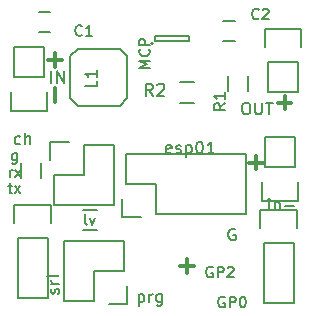
<source format=gbr>
G04 #@! TF.FileFunction,Legend,Top*
%FSLAX46Y46*%
G04 Gerber Fmt 4.6, Leading zero omitted, Abs format (unit mm)*
G04 Created by KiCad (PCBNEW (after 2015-may-25 BZR unknown)-product) date 6/17/2015 12:04:09 AM*
%MOMM*%
G01*
G04 APERTURE LIST*
%ADD10C,0.100000*%
%ADD11C,0.200000*%
%ADD12C,0.300000*%
%ADD13C,0.150000*%
G04 APERTURE END LIST*
D10*
D11*
X29863286Y-36221143D02*
X29777572Y-36178286D01*
X29734715Y-36092571D01*
X29734715Y-35321143D01*
X30120429Y-35621143D02*
X30334715Y-36221143D01*
X30549001Y-35621143D01*
X24233215Y-29360762D02*
X24137977Y-29408381D01*
X23947500Y-29408381D01*
X23852262Y-29360762D01*
X23804643Y-29313143D01*
X23757024Y-29217905D01*
X23757024Y-28932190D01*
X23804643Y-28836952D01*
X23852262Y-28789333D01*
X23947500Y-28741714D01*
X24137977Y-28741714D01*
X24233215Y-28789333D01*
X24661786Y-29408381D02*
X24661786Y-28408381D01*
X25090358Y-29408381D02*
X25090358Y-28884571D01*
X25042739Y-28789333D01*
X24947501Y-28741714D01*
X24804643Y-28741714D01*
X24709405Y-28789333D01*
X24661786Y-28836952D01*
D12*
X37782572Y-39731143D02*
X38925429Y-39731143D01*
X38354000Y-40302571D02*
X38354000Y-39159714D01*
X43624572Y-30968143D02*
X44767429Y-30968143D01*
X44196000Y-31539571D02*
X44196000Y-30396714D01*
D11*
X42425905Y-36584000D02*
X42330667Y-36536381D01*
X42187810Y-36536381D01*
X42044952Y-36584000D01*
X41949714Y-36679238D01*
X41902095Y-36774476D01*
X41854476Y-36964952D01*
X41854476Y-37107810D01*
X41902095Y-37298286D01*
X41949714Y-37393524D01*
X42044952Y-37488762D01*
X42187810Y-37536381D01*
X42283048Y-37536381D01*
X42425905Y-37488762D01*
X42473524Y-37441143D01*
X42473524Y-37107810D01*
X42283048Y-37107810D01*
X41521143Y-42349000D02*
X41435429Y-42306143D01*
X41306858Y-42306143D01*
X41178286Y-42349000D01*
X41092572Y-42434714D01*
X41049715Y-42520429D01*
X41006858Y-42691857D01*
X41006858Y-42820429D01*
X41049715Y-42991857D01*
X41092572Y-43077571D01*
X41178286Y-43163286D01*
X41306858Y-43206143D01*
X41392572Y-43206143D01*
X41521143Y-43163286D01*
X41564000Y-43120429D01*
X41564000Y-42820429D01*
X41392572Y-42820429D01*
X41949715Y-43206143D02*
X41949715Y-42306143D01*
X42292572Y-42306143D01*
X42378286Y-42349000D01*
X42421143Y-42391857D01*
X42464000Y-42477571D01*
X42464000Y-42606143D01*
X42421143Y-42691857D01*
X42378286Y-42734714D01*
X42292572Y-42777571D01*
X41949715Y-42777571D01*
X43021143Y-42306143D02*
X43106858Y-42306143D01*
X43192572Y-42349000D01*
X43235429Y-42391857D01*
X43278286Y-42477571D01*
X43321143Y-42649000D01*
X43321143Y-42863286D01*
X43278286Y-43034714D01*
X43235429Y-43120429D01*
X43192572Y-43163286D01*
X43106858Y-43206143D01*
X43021143Y-43206143D01*
X42935429Y-43163286D01*
X42892572Y-43120429D01*
X42849715Y-43034714D01*
X42806858Y-42863286D01*
X42806858Y-42649000D01*
X42849715Y-42477571D01*
X42892572Y-42391857D01*
X42935429Y-42349000D01*
X43021143Y-42306143D01*
X40505143Y-39809000D02*
X40419429Y-39766143D01*
X40290858Y-39766143D01*
X40162286Y-39809000D01*
X40076572Y-39894714D01*
X40033715Y-39980429D01*
X39990858Y-40151857D01*
X39990858Y-40280429D01*
X40033715Y-40451857D01*
X40076572Y-40537571D01*
X40162286Y-40623286D01*
X40290858Y-40666143D01*
X40376572Y-40666143D01*
X40505143Y-40623286D01*
X40548000Y-40580429D01*
X40548000Y-40280429D01*
X40376572Y-40280429D01*
X40933715Y-40666143D02*
X40933715Y-39766143D01*
X41276572Y-39766143D01*
X41362286Y-39809000D01*
X41405143Y-39851857D01*
X41448000Y-39937571D01*
X41448000Y-40066143D01*
X41405143Y-40151857D01*
X41362286Y-40194714D01*
X41276572Y-40237571D01*
X40933715Y-40237571D01*
X41790858Y-39851857D02*
X41833715Y-39809000D01*
X41919429Y-39766143D01*
X42133715Y-39766143D01*
X42219429Y-39809000D01*
X42262286Y-39851857D01*
X42305143Y-39937571D01*
X42305143Y-40023286D01*
X42262286Y-40151857D01*
X41748000Y-40666143D01*
X42305143Y-40666143D01*
D13*
X23941857Y-30147143D02*
X23941857Y-30875714D01*
X23899000Y-30961429D01*
X23856143Y-31004286D01*
X23770428Y-31047143D01*
X23641857Y-31047143D01*
X23556143Y-31004286D01*
X23941857Y-30704286D02*
X23856143Y-30747143D01*
X23684714Y-30747143D01*
X23599000Y-30704286D01*
X23556143Y-30661429D01*
X23513286Y-30575714D01*
X23513286Y-30318571D01*
X23556143Y-30232857D01*
X23599000Y-30190000D01*
X23684714Y-30147143D01*
X23856143Y-30147143D01*
X23941857Y-30190000D01*
X23320429Y-32157143D02*
X23320429Y-31557143D01*
X23320429Y-31728571D02*
X23363286Y-31642857D01*
X23406143Y-31600000D01*
X23491857Y-31557143D01*
X23577572Y-31557143D01*
X23791857Y-32157143D02*
X24263286Y-31557143D01*
X23791857Y-31557143D02*
X24263286Y-32157143D01*
X23213286Y-32967143D02*
X23556143Y-32967143D01*
X23341858Y-32667143D02*
X23341858Y-33438571D01*
X23384715Y-33524286D01*
X23470429Y-33567143D01*
X23556143Y-33567143D01*
X23770429Y-33567143D02*
X24241858Y-32967143D01*
X23770429Y-32967143D02*
X24241858Y-33567143D01*
D12*
X46037572Y-25888143D02*
X47180429Y-25888143D01*
X46609000Y-26459571D02*
X46609000Y-25316714D01*
X27158143Y-25820428D02*
X27158143Y-24677571D01*
X27158143Y-22820428D02*
X27158143Y-21677571D01*
X27729571Y-22249000D02*
X26586714Y-22249000D01*
D13*
X30861000Y-21336000D02*
X32639000Y-21336000D01*
X32639000Y-21336000D02*
X33274000Y-21971000D01*
X33274000Y-21971000D02*
X33274000Y-25527000D01*
X33274000Y-25527000D02*
X32639000Y-26162000D01*
X32639000Y-26162000D02*
X29083000Y-26162000D01*
X29083000Y-26162000D02*
X28448000Y-25527000D01*
X28448000Y-25527000D02*
X28448000Y-21971000D01*
X28448000Y-21971000D02*
X29083000Y-21336000D01*
X29083000Y-21336000D02*
X30861000Y-21336000D01*
X25789000Y-19900000D02*
X26789000Y-19900000D01*
X26789000Y-18200000D02*
X25789000Y-18200000D01*
X42410000Y-18962000D02*
X41410000Y-18962000D01*
X41410000Y-20662000D02*
X42410000Y-20662000D01*
X23685500Y-23749000D02*
X23685500Y-21209000D01*
X23405500Y-26569000D02*
X23405500Y-25019000D01*
X23685500Y-23749000D02*
X26225500Y-23749000D01*
X26505500Y-25019000D02*
X26505500Y-26569000D01*
X26505500Y-26569000D02*
X23405500Y-26569000D01*
X26225500Y-23749000D02*
X26225500Y-21209000D01*
X26225500Y-21209000D02*
X23685500Y-21209000D01*
X47752000Y-22479000D02*
X47752000Y-25019000D01*
X48032000Y-19659000D02*
X48032000Y-21209000D01*
X47752000Y-22479000D02*
X45212000Y-22479000D01*
X44932000Y-21209000D02*
X44932000Y-19659000D01*
X44932000Y-19659000D02*
X48032000Y-19659000D01*
X45212000Y-22479000D02*
X45212000Y-25019000D01*
X45212000Y-25019000D02*
X47752000Y-25019000D01*
X43547000Y-23657000D02*
X43547000Y-24857000D01*
X41797000Y-24857000D02*
X41797000Y-23657000D01*
X37754000Y-24144000D02*
X38954000Y-24144000D01*
X38954000Y-25894000D02*
X37754000Y-25894000D01*
X35484000Y-20847000D02*
G75*
G03X35484000Y-20847000I-100000J0D01*
G01*
X35634000Y-20197000D02*
X35634000Y-20697000D01*
X38534000Y-20197000D02*
X35634000Y-20197000D01*
X38534000Y-20697000D02*
X38534000Y-20197000D01*
X35634000Y-20697000D02*
X38534000Y-20697000D01*
X35687000Y-35306000D02*
X43307000Y-35306000D01*
X43307000Y-35306000D02*
X43307000Y-30226000D01*
X43307000Y-30226000D02*
X33147000Y-30226000D01*
X33147000Y-30226000D02*
X33147000Y-32766000D01*
X32867000Y-34036000D02*
X32867000Y-35586000D01*
X33147000Y-32766000D02*
X35687000Y-32766000D01*
X35687000Y-32766000D02*
X35687000Y-35306000D01*
X32867000Y-35586000D02*
X34417000Y-35586000D01*
X33300000Y-41402000D02*
X33300000Y-42952000D01*
X31750000Y-42952000D02*
X33300000Y-42952000D01*
X33020000Y-40132000D02*
X30480000Y-40132000D01*
X30480000Y-40132000D02*
X30480000Y-42672000D01*
X30480000Y-42672000D02*
X27940000Y-42672000D01*
X27940000Y-42672000D02*
X27940000Y-37592000D01*
X27940000Y-37592000D02*
X33020000Y-37592000D01*
X33020000Y-37592000D02*
X33020000Y-40132000D01*
X44958000Y-31369000D02*
X44958000Y-28829000D01*
X44678000Y-34189000D02*
X44678000Y-32639000D01*
X44958000Y-31369000D02*
X47498000Y-31369000D01*
X47778000Y-32639000D02*
X47778000Y-34189000D01*
X47778000Y-34189000D02*
X44678000Y-34189000D01*
X47498000Y-31369000D02*
X47498000Y-28829000D01*
X47498000Y-28829000D02*
X44958000Y-28829000D01*
X24003000Y-37338000D02*
X24003000Y-42418000D01*
X24003000Y-42418000D02*
X26543000Y-42418000D01*
X26543000Y-42418000D02*
X26543000Y-37338000D01*
X26823000Y-34518000D02*
X26823000Y-36068000D01*
X26543000Y-37338000D02*
X24003000Y-37338000D01*
X23723000Y-36068000D02*
X23723000Y-34518000D01*
X23723000Y-34518000D02*
X26823000Y-34518000D01*
X44831000Y-37782500D02*
X44831000Y-42862500D01*
X44831000Y-42862500D02*
X47371000Y-42862500D01*
X47371000Y-42862500D02*
X47371000Y-37782500D01*
X47651000Y-34962500D02*
X47651000Y-36512500D01*
X47371000Y-37782500D02*
X44831000Y-37782500D01*
X44551000Y-36512500D02*
X44551000Y-34962500D01*
X44551000Y-34962500D02*
X47651000Y-34962500D01*
X26771000Y-30734000D02*
X26771000Y-29184000D01*
X28321000Y-29184000D02*
X26771000Y-29184000D01*
X27051000Y-32004000D02*
X29591000Y-32004000D01*
X29591000Y-32004000D02*
X29591000Y-29464000D01*
X29591000Y-29464000D02*
X32131000Y-29464000D01*
X32131000Y-29464000D02*
X32131000Y-34544000D01*
X32131000Y-34544000D02*
X27051000Y-34544000D01*
X27051000Y-34544000D02*
X27051000Y-32004000D01*
X26021000Y-31023000D02*
X26021000Y-32223000D01*
X24271000Y-32223000D02*
X24271000Y-31023000D01*
X30699000Y-36689000D02*
X29499000Y-36689000D01*
X29499000Y-34939000D02*
X30699000Y-34939000D01*
X30713941Y-24014726D02*
X30713941Y-24490917D01*
X29713941Y-24490917D01*
X30713941Y-23157583D02*
X30713941Y-23729012D01*
X30713941Y-23443298D02*
X29713941Y-23443298D01*
X29856798Y-23538536D01*
X29952036Y-23633774D01*
X29999655Y-23729012D01*
X29441000Y-20133429D02*
X29398143Y-20176286D01*
X29269572Y-20219143D01*
X29183858Y-20219143D01*
X29055286Y-20176286D01*
X28969572Y-20090571D01*
X28926715Y-20004857D01*
X28883858Y-19833429D01*
X28883858Y-19704857D01*
X28926715Y-19533429D01*
X28969572Y-19447714D01*
X29055286Y-19362000D01*
X29183858Y-19319143D01*
X29269572Y-19319143D01*
X29398143Y-19362000D01*
X29441000Y-19404857D01*
X30298143Y-20219143D02*
X29783858Y-20219143D01*
X30041000Y-20219143D02*
X30041000Y-19319143D01*
X29955286Y-19447714D01*
X29869572Y-19533429D01*
X29783858Y-19576286D01*
D11*
X44427000Y-18736429D02*
X44384143Y-18779286D01*
X44255572Y-18822143D01*
X44169858Y-18822143D01*
X44041286Y-18779286D01*
X43955572Y-18693571D01*
X43912715Y-18607857D01*
X43869858Y-18436429D01*
X43869858Y-18307857D01*
X43912715Y-18136429D01*
X43955572Y-18050714D01*
X44041286Y-17965000D01*
X44169858Y-17922143D01*
X44255572Y-17922143D01*
X44384143Y-17965000D01*
X44427000Y-18007857D01*
X44769858Y-18007857D02*
X44812715Y-17965000D01*
X44898429Y-17922143D01*
X45112715Y-17922143D01*
X45198429Y-17965000D01*
X45241286Y-18007857D01*
X45284143Y-18093571D01*
X45284143Y-18179286D01*
X45241286Y-18307857D01*
X44727000Y-18822143D01*
X45284143Y-18822143D01*
D13*
X26844691Y-24201381D02*
X26844691Y-23201381D01*
X27320881Y-24201381D02*
X27320881Y-23201381D01*
X27892310Y-24201381D01*
X27892310Y-23201381D01*
X43259500Y-25868381D02*
X43449977Y-25868381D01*
X43545215Y-25916000D01*
X43640453Y-26011238D01*
X43688072Y-26201714D01*
X43688072Y-26535048D01*
X43640453Y-26725524D01*
X43545215Y-26820762D01*
X43449977Y-26868381D01*
X43259500Y-26868381D01*
X43164262Y-26820762D01*
X43069024Y-26725524D01*
X43021405Y-26535048D01*
X43021405Y-26201714D01*
X43069024Y-26011238D01*
X43164262Y-25916000D01*
X43259500Y-25868381D01*
X44116643Y-25868381D02*
X44116643Y-26677905D01*
X44164262Y-26773143D01*
X44211881Y-26820762D01*
X44307119Y-26868381D01*
X44497596Y-26868381D01*
X44592834Y-26820762D01*
X44640453Y-26773143D01*
X44688072Y-26677905D01*
X44688072Y-25868381D01*
X45021405Y-25868381D02*
X45592834Y-25868381D01*
X45307119Y-26868381D02*
X45307119Y-25868381D01*
X41600381Y-25947666D02*
X41124190Y-26281000D01*
X41600381Y-26519095D02*
X40600381Y-26519095D01*
X40600381Y-26138142D01*
X40648000Y-26042904D01*
X40695619Y-25995285D01*
X40790857Y-25947666D01*
X40933714Y-25947666D01*
X41028952Y-25995285D01*
X41076571Y-26042904D01*
X41124190Y-26138142D01*
X41124190Y-26519095D01*
X41600381Y-24995285D02*
X41600381Y-25566714D01*
X41600381Y-25281000D02*
X40600381Y-25281000D01*
X40743238Y-25376238D01*
X40838476Y-25471476D01*
X40886095Y-25566714D01*
X35456834Y-25280881D02*
X35123500Y-24804690D01*
X34885405Y-25280881D02*
X34885405Y-24280881D01*
X35266358Y-24280881D01*
X35361596Y-24328500D01*
X35409215Y-24376119D01*
X35456834Y-24471357D01*
X35456834Y-24614214D01*
X35409215Y-24709452D01*
X35361596Y-24757071D01*
X35266358Y-24804690D01*
X34885405Y-24804690D01*
X35837786Y-24376119D02*
X35885405Y-24328500D01*
X35980643Y-24280881D01*
X36218739Y-24280881D01*
X36313977Y-24328500D01*
X36361596Y-24376119D01*
X36409215Y-24471357D01*
X36409215Y-24566595D01*
X36361596Y-24709452D01*
X35790167Y-25280881D01*
X36409215Y-25280881D01*
X35205143Y-22916999D02*
X34305143Y-22916999D01*
X34948000Y-22616999D01*
X34305143Y-22316999D01*
X35205143Y-22316999D01*
X35119429Y-21374143D02*
X35162286Y-21417000D01*
X35205143Y-21545571D01*
X35205143Y-21631285D01*
X35162286Y-21759857D01*
X35076571Y-21845571D01*
X34990857Y-21888428D01*
X34819429Y-21931285D01*
X34690857Y-21931285D01*
X34519429Y-21888428D01*
X34433714Y-21845571D01*
X34348000Y-21759857D01*
X34305143Y-21631285D01*
X34305143Y-21545571D01*
X34348000Y-21417000D01*
X34390857Y-21374143D01*
X35205143Y-20988428D02*
X34305143Y-20988428D01*
X34305143Y-20645571D01*
X34348000Y-20559857D01*
X34390857Y-20517000D01*
X34476571Y-20474143D01*
X34605143Y-20474143D01*
X34690857Y-20517000D01*
X34733714Y-20559857D01*
X34776571Y-20645571D01*
X34776571Y-20988428D01*
X36988953Y-30122762D02*
X36893715Y-30170381D01*
X36703238Y-30170381D01*
X36608000Y-30122762D01*
X36560381Y-30027524D01*
X36560381Y-29646571D01*
X36608000Y-29551333D01*
X36703238Y-29503714D01*
X36893715Y-29503714D01*
X36988953Y-29551333D01*
X37036572Y-29646571D01*
X37036572Y-29741810D01*
X36560381Y-29837048D01*
X37417524Y-30122762D02*
X37512762Y-30170381D01*
X37703238Y-30170381D01*
X37798477Y-30122762D01*
X37846096Y-30027524D01*
X37846096Y-29979905D01*
X37798477Y-29884667D01*
X37703238Y-29837048D01*
X37560381Y-29837048D01*
X37465143Y-29789429D01*
X37417524Y-29694190D01*
X37417524Y-29646571D01*
X37465143Y-29551333D01*
X37560381Y-29503714D01*
X37703238Y-29503714D01*
X37798477Y-29551333D01*
X38274667Y-29503714D02*
X38274667Y-30503714D01*
X38274667Y-29551333D02*
X38369905Y-29503714D01*
X38560382Y-29503714D01*
X38655620Y-29551333D01*
X38703239Y-29598952D01*
X38750858Y-29694190D01*
X38750858Y-29979905D01*
X38703239Y-30075143D01*
X38655620Y-30122762D01*
X38560382Y-30170381D01*
X38369905Y-30170381D01*
X38274667Y-30122762D01*
X39369905Y-29170381D02*
X39465144Y-29170381D01*
X39560382Y-29218000D01*
X39608001Y-29265619D01*
X39655620Y-29360857D01*
X39703239Y-29551333D01*
X39703239Y-29789429D01*
X39655620Y-29979905D01*
X39608001Y-30075143D01*
X39560382Y-30122762D01*
X39465144Y-30170381D01*
X39369905Y-30170381D01*
X39274667Y-30122762D01*
X39227048Y-30075143D01*
X39179429Y-29979905D01*
X39131810Y-29789429D01*
X39131810Y-29551333D01*
X39179429Y-29360857D01*
X39227048Y-29265619D01*
X39274667Y-29218000D01*
X39369905Y-29170381D01*
X40655620Y-30170381D02*
X40084191Y-30170381D01*
X40369905Y-30170381D02*
X40369905Y-29170381D01*
X40274667Y-29313238D01*
X40179429Y-29408476D01*
X40084191Y-29456095D01*
X34266309Y-42076714D02*
X34266309Y-43076714D01*
X34266309Y-42124333D02*
X34361547Y-42076714D01*
X34552024Y-42076714D01*
X34647262Y-42124333D01*
X34694881Y-42171952D01*
X34742500Y-42267190D01*
X34742500Y-42552905D01*
X34694881Y-42648143D01*
X34647262Y-42695762D01*
X34552024Y-42743381D01*
X34361547Y-42743381D01*
X34266309Y-42695762D01*
X35171071Y-42743381D02*
X35171071Y-42076714D01*
X35171071Y-42267190D02*
X35218690Y-42171952D01*
X35266309Y-42124333D01*
X35361547Y-42076714D01*
X35456786Y-42076714D01*
X36218691Y-42076714D02*
X36218691Y-42886238D01*
X36171072Y-42981476D01*
X36123453Y-43029095D01*
X36028214Y-43076714D01*
X35885357Y-43076714D01*
X35790119Y-43029095D01*
X36218691Y-42695762D02*
X36123453Y-42743381D01*
X35932976Y-42743381D01*
X35837738Y-42695762D01*
X35790119Y-42648143D01*
X35742500Y-42552905D01*
X35742500Y-42267190D01*
X35790119Y-42171952D01*
X35837738Y-42124333D01*
X35932976Y-42076714D01*
X36123453Y-42076714D01*
X36218691Y-42124333D01*
X45283572Y-34996381D02*
X45283572Y-34329714D01*
X45283572Y-33996381D02*
X45235953Y-34044000D01*
X45283572Y-34091619D01*
X45331191Y-34044000D01*
X45283572Y-33996381D01*
X45283572Y-34091619D01*
X45759762Y-34329714D02*
X45759762Y-34996381D01*
X45759762Y-34424952D02*
X45807381Y-34377333D01*
X45902619Y-34329714D01*
X46045477Y-34329714D01*
X46140715Y-34377333D01*
X46188334Y-34472571D01*
X46188334Y-34996381D01*
X46664524Y-34615429D02*
X47426429Y-34615429D01*
X27455762Y-42060715D02*
X27503381Y-41965477D01*
X27503381Y-41775001D01*
X27455762Y-41679762D01*
X27360524Y-41632143D01*
X27312905Y-41632143D01*
X27217667Y-41679762D01*
X27170048Y-41775001D01*
X27170048Y-41917858D01*
X27122429Y-42013096D01*
X27027190Y-42060715D01*
X26979571Y-42060715D01*
X26884333Y-42013096D01*
X26836714Y-41917858D01*
X26836714Y-41775001D01*
X26884333Y-41679762D01*
X27503381Y-41203572D02*
X26836714Y-41203572D01*
X27027190Y-41203572D02*
X26931952Y-41155953D01*
X26884333Y-41108334D01*
X26836714Y-41013096D01*
X26836714Y-40917857D01*
X27503381Y-40441667D02*
X27455762Y-40536905D01*
X27360524Y-40584524D01*
X26503381Y-40584524D01*
M02*

</source>
